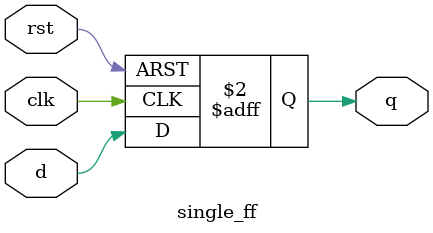
<source format=sv>
`timescale 1ns / 1ps


module single_ff(
    input logic clk,
    input logic rst,
    input logic d,
    output logic q
    );
    
    // Positive edge Flip-flop with asynchronous reset
    always_ff @(posedge clk, posedge rst) begin
        if (rst) begin
            q       <= 1'b0;
        end
        else begin
            q       <= d;
        end
    end
    
endmodule

</source>
